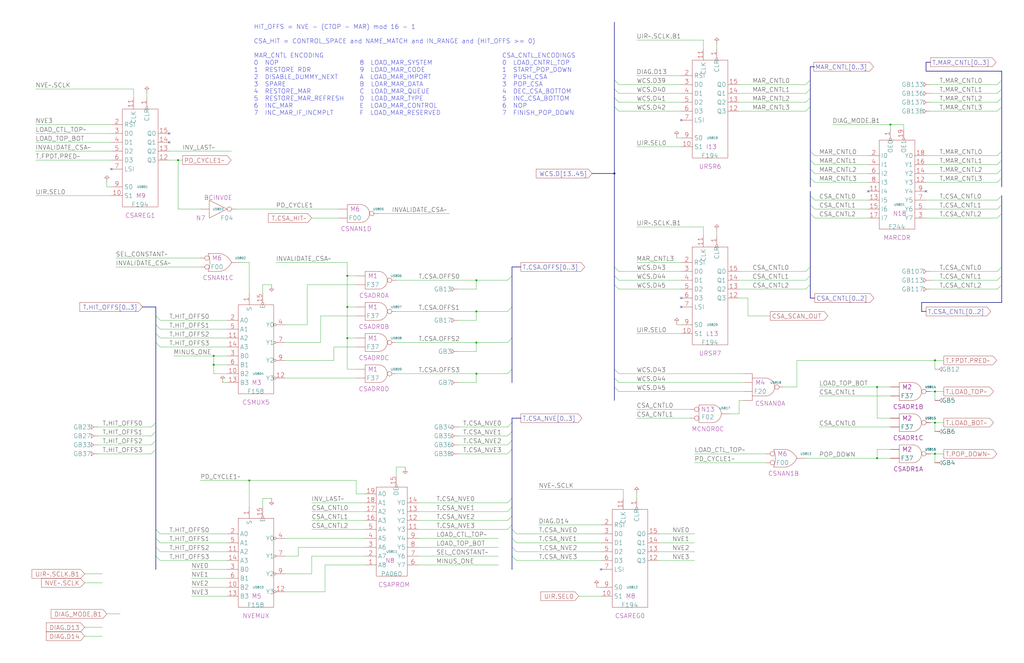
<source format=kicad_sch>
(kicad_sch (version 20250114) (generator "eeschema") (generator_version "9.0")
  (paper "User" 584.2 378.46)
  (title_block (title "WRITABLE CONTROL STORE\\nCSA CONTROL") (date "15-MAR-90") (rev "1.0") (comment 1 "TYPE") (comment 2 "232-003062") (comment 3 "S400") (comment 4 "RELEASED"))
  (text "HIT_OFFS = NVE - (CTOP - MAR) mod 16 - 1 \n \nCSA_HIT = CONTROL_SPACE and NAME_MATCH and IN_RANGE and (HIT_OFFS >= 0) \n \nMAR_CNTL ENCODING 										CSA_CNTL_ENCODINGS\n0  NOP                 	8  LOAD_MAR_SYSTEM             	0  LOAD_CNTRL_TOP\n1  RESTORE RDR         	9  LOAD_MAR_CODE               	1  START_POP_DOWN\n2  DISABLE_DUMMY_NEXT  	A  LOAD_MAR_IMPORT             	2  PUSH_CSA\n3  SPARE               	B  LOAR_MAR_DATA               	3  POP_CSA\n4  RESTORE_MAR         	C  LOAD_MAR_QUEUE              	4  DEC_CSA_BOTTOM\n5  RESTORE_MAR_REFRESH 	D  LOAD_MAR_TYPE               	5  INC_CSA_BOTTOM\n6  INC_MAR             	E  LOAD_MAR_CONTROL            	6  NOP\n7  INC_MAR_IF_INCMPLT  	F  LOAD_MAR_RESERVED           	7  FINISH_POP_DOWN\n" (at 144.78 66.04 0) (effects (font (size 2.54 2.54)) (justify left bottom)))
  (junction (at 271.78 195.58))
  (junction (at 350.52 99.06))
  (junction (at 198.12 193.04))
  (junction (at 271.78 177.8))
  (junction (at 533.4 241.3))
  (junction (at 198.12 175.26))
  (junction (at 101.6 91.44))
  (junction (at 500.38 261.62))
  (junction (at 121.92 208.28))
  (junction (at 271.78 213.36))
  (junction (at 533.4 259.08))
  (junction (at 271.78 160.02))
  (junction (at 500.38 220.98))
  (junction (at 142.24 274.32))
  (junction (at 121.92 203.2))
  (junction (at 508 71.12))
  (junction (at 198.12 157.48))
  (junction (at 533.4 205.74))
  (junction (at 533.4 223.52))
  (no_connect (at 528.32 109.22))
  (no_connect (at 388.62 175.26))
  (no_connect (at 342.9 325.12))
  (no_connect (at 388.62 68.58))
  (no_connect (at 96.52 81.28))
  (no_connect (at 495.3 109.22))
  (no_connect (at 63.5 96.52))
  (no_connect (at 96.52 76.2))
  (no_connect (at 388.62 170.18))
  (bus_entry (at 462.28 86.36) (size 2.54 2.54))
  (bus_entry (at 350.52 215.9) (size 2.54 2.54))
  (bus_entry (at 571.5 157.48) (size -2.54 2.54))
  (bus_entry (at 88.9 302.26) (size 2.54 2.54))
  (bus_entry (at 462.28 121.92) (size 2.54 2.54))
  (bus_entry (at 292.1 284.48) (size -2.54 2.54))
  (bus_entry (at 292.1 299.72) (size -2.54 2.54))
  (bus_entry (at 571.5 121.92) (size -2.54 2.54))
  (bus_entry (at 350.52 162.56) (size 2.54 2.54))
  (bus_entry (at 462.28 50.8) (size -2.54 2.54))
  (bus_entry (at 350.52 45.72) (size 2.54 2.54))
  (bus_entry (at 88.9 241.3) (size -2.54 2.54))
  (bus_entry (at 571.5 152.4) (size -2.54 2.54))
  (bus_entry (at 350.52 50.8) (size 2.54 2.54))
  (bus_entry (at 88.9 251.46) (size -2.54 2.54))
  (bus_entry (at 462.28 111.76) (size 2.54 2.54))
  (bus_entry (at 462.28 55.88) (size -2.54 2.54))
  (bus_entry (at 462.28 60.96) (size -2.54 2.54))
  (bus_entry (at 88.9 246.38) (size -2.54 2.54))
  (bus_entry (at 292.1 251.46) (size -2.54 2.54))
  (bus_entry (at 292.1 175.26) (size -2.54 2.54))
  (bus_entry (at 462.28 45.72) (size -2.54 2.54))
  (bus_entry (at 292.1 193.04) (size -2.54 2.54))
  (bus_entry (at 292.1 312.42) (size 2.54 2.54))
  (bus_entry (at 571.5 91.44) (size -2.54 2.54))
  (bus_entry (at 292.1 210.82) (size -2.54 2.54))
  (bus_entry (at 350.52 55.88) (size 2.54 2.54))
  (bus_entry (at 292.1 289.56) (size -2.54 2.54))
  (bus_entry (at 571.5 50.8) (size -2.54 2.54))
  (bus_entry (at 350.52 210.82) (size 2.54 2.54))
  (bus_entry (at 350.52 157.48) (size 2.54 2.54))
  (bus_entry (at 350.52 220.98) (size 2.54 2.54))
  (bus_entry (at 88.9 190.5) (size 2.54 2.54))
  (bus_entry (at 571.5 101.6) (size -2.54 2.54))
  (bus_entry (at 88.9 195.58) (size 2.54 2.54))
  (bus_entry (at 462.28 101.6) (size 2.54 2.54))
  (bus_entry (at 571.5 116.84) (size -2.54 2.54))
  (bus_entry (at 292.1 157.48) (size -2.54 2.54))
  (bus_entry (at 462.28 162.56) (size -2.54 2.54))
  (bus_entry (at 292.1 294.64) (size -2.54 2.54))
  (bus_entry (at 88.9 256.54) (size -2.54 2.54))
  (bus_entry (at 350.52 152.4) (size 2.54 2.54))
  (bus_entry (at 462.28 96.52) (size 2.54 2.54))
  (bus_entry (at 571.5 55.88) (size -2.54 2.54))
  (bus_entry (at 292.1 246.38) (size -2.54 2.54))
  (bus_entry (at 88.9 185.42) (size 2.54 2.54))
  (bus_entry (at 292.1 302.26) (size 2.54 2.54))
  (bus_entry (at 88.9 180.34) (size 2.54 2.54))
  (bus_entry (at 571.5 111.76) (size -2.54 2.54))
  (bus_entry (at 571.5 86.36) (size -2.54 2.54))
  (bus_entry (at 88.9 317.5) (size 2.54 2.54))
  (bus_entry (at 292.1 307.34) (size 2.54 2.54))
  (bus_entry (at 571.5 96.52) (size -2.54 2.54))
  (bus_entry (at 571.5 162.56) (size -2.54 2.54))
  (bus_entry (at 571.5 45.72) (size -2.54 2.54))
  (bus_entry (at 292.1 256.54) (size -2.54 2.54))
  (bus_entry (at 350.52 60.96) (size 2.54 2.54))
  (bus_entry (at 292.1 317.5) (size 2.54 2.54))
  (bus_entry (at 292.1 241.3) (size -2.54 2.54))
  (bus_entry (at 462.28 91.44) (size 2.54 2.54))
  (bus_entry (at 462.28 152.4) (size -2.54 2.54))
  (bus_entry (at 462.28 116.84) (size 2.54 2.54))
  (bus_entry (at 571.5 60.96) (size -2.54 2.54))
  (bus_entry (at 88.9 307.34) (size 2.54 2.54))
  (bus_entry (at 462.28 157.48) (size -2.54 2.54))
  (bus_entry (at 88.9 312.42) (size 2.54 2.54))
  (wire (pts (xy 530.86 241.3) (xy 533.4 241.3)))
  (wire (pts (xy 307.34 279.4) (xy 355.6 279.4)))
  (bus (pts (xy 88.9 180.34) (xy 88.9 185.42)))
  (wire (pts (xy 91.44 309.88) (xy 129.54 309.88)))
  (wire (pts (xy 127 218.44) (xy 129.54 218.44)))
  (wire (pts (xy 20.32 81.28) (xy 63.5 81.28)))
  (wire (pts (xy 177.8 302.26) (xy 208.28 302.26)))
  (wire (pts (xy 154.94 284.48) (xy 149.86 284.48)))
  (wire (pts (xy 426.72 170.18) (xy 421.64 170.18)))
  (wire (pts (xy 231.14 266.7) (xy 226.06 266.7)))
  (bus (pts (xy 350.52 99.06) (xy 350.52 152.4)))
  (wire (pts (xy 464.82 93.98) (xy 495.3 93.98)))
  (bus (pts (xy 462.28 101.6) (xy 462.28 106.68)))
  (bus (pts (xy 88.9 317.5) (xy 88.9 325.12)))
  (wire (pts (xy 530.86 223.52) (xy 533.4 223.52)))
  (wire (pts (xy 530.86 259.08) (xy 533.4 259.08)))
  (bus (pts (xy 297.18 152.4) (xy 292.1 152.4)))
  (bus (pts (xy 462.28 86.36) (xy 462.28 91.44)))
  (wire (pts (xy 464.82 114.3) (xy 495.3 114.3)))
  (bus (pts (xy 462.28 152.4) (xy 462.28 157.48)))
  (wire (pts (xy 226.06 195.58) (xy 271.78 195.58)))
  (bus (pts (xy 292.1 251.46) (xy 292.1 256.54)))
  (wire (pts (xy 500.38 220.98) (xy 508 220.98)))
  (wire (pts (xy 508 71.12) (xy 515.62 71.12)))
  (wire (pts (xy 375.92 304.8) (xy 396.24 304.8)))
  (wire (pts (xy 386.08 78.74) (xy 388.62 78.74)))
  (bus (pts (xy 571.5 60.96) (xy 571.5 86.36)))
  (bus (pts (xy 462.28 60.96) (xy 462.28 86.36)))
  (wire (pts (xy 190.5 205.74) (xy 162.56 205.74)))
  (wire (pts (xy 261.62 218.44) (xy 271.78 218.44)))
  (wire (pts (xy 149.86 284.48) (xy 149.86 289.56)))
  (wire (pts (xy 121.92 208.28) (xy 129.54 208.28)))
  (wire (pts (xy 508 238.76) (xy 500.38 238.76)))
  (wire (pts (xy 421.64 154.94) (xy 459.74 154.94)))
  (wire (pts (xy 353.06 165.1) (xy 388.62 165.1)))
  (wire (pts (xy 528.32 114.3) (xy 568.96 114.3)))
  (wire (pts (xy 55.88 254) (xy 86.36 254)))
  (wire (pts (xy 416.56 236.22) (xy 421.64 236.22)))
  (wire (pts (xy 454.66 220.98) (xy 447.04 220.98)))
  (wire (pts (xy 353.06 160.02) (xy 388.62 160.02)))
  (wire (pts (xy 401.32 129.54) (xy 401.32 134.62)))
  (wire (pts (xy 99.06 203.2) (xy 121.92 203.2)))
  (bus (pts (xy 292.1 256.54) (xy 292.1 284.48)))
  (wire (pts (xy 238.76 297.18) (xy 289.56 297.18)))
  (bus (pts (xy 350.52 152.4) (xy 350.52 157.48)))
  (wire (pts (xy 203.2 281.94) (xy 208.28 281.94)))
  (wire (pts (xy 363.22 190.5) (xy 388.62 190.5)))
  (wire (pts (xy 375.92 314.96) (xy 396.24 314.96)))
  (bus (pts (xy 350.52 60.96) (xy 350.52 99.06)))
  (wire (pts (xy 426.72 180.34) (xy 426.72 170.18)))
  (wire (pts (xy 515.62 71.12) (xy 515.62 73.66)))
  (wire (pts (xy 330.2 340.36) (xy 342.9 340.36)))
  (wire (pts (xy 271.78 195.58) (xy 289.56 195.58)))
  (wire (pts (xy 55.88 248.92) (xy 86.36 248.92)))
  (wire (pts (xy 101.6 119.38) (xy 101.6 91.44)))
  (wire (pts (xy 203.2 162.56) (xy 175.26 162.56)))
  (wire (pts (xy 238.76 312.42) (xy 284.48 312.42)))
  (wire (pts (xy 261.62 254) (xy 289.56 254)))
  (bus (pts (xy 88.9 195.58) (xy 88.9 241.3)))
  (wire (pts (xy 177.8 317.5) (xy 208.28 317.5)))
  (wire (pts (xy 294.64 320.04) (xy 342.9 320.04)))
  (wire (pts (xy 530.86 53.34) (xy 568.96 53.34)))
  (bus (pts (xy 462.28 157.48) (xy 462.28 162.56)))
  (wire (pts (xy 401.32 22.86) (xy 401.32 27.94)))
  (wire (pts (xy 91.44 182.88) (xy 129.54 182.88)))
  (wire (pts (xy 421.64 48.26) (xy 459.74 48.26)))
  (wire (pts (xy 421.64 165.1) (xy 459.74 165.1)))
  (wire (pts (xy 149.86 167.64) (xy 149.86 162.56)))
  (bus (pts (xy 462.28 38.1) (xy 464.82 38.1)))
  (wire (pts (xy 177.8 292.1) (xy 208.28 292.1)))
  (bus (pts (xy 292.1 175.26) (xy 292.1 193.04)))
  (wire (pts (xy 261.62 248.92) (xy 289.56 248.92)))
  (wire (pts (xy 464.82 104.14) (xy 495.3 104.14)))
  (wire (pts (xy 340.36 335.28) (xy 342.9 335.28)))
  (wire (pts (xy 109.22 330.2) (xy 129.54 330.2)))
  (wire (pts (xy 182.88 195.58) (xy 162.56 195.58)))
  (wire (pts (xy 500.38 261.62) (xy 508 261.62)))
  (wire (pts (xy 408.94 132.08) (xy 408.94 134.62)))
  (bus (pts (xy 292.1 246.38) (xy 292.1 251.46)))
  (bus (pts (xy 462.28 91.44) (xy 462.28 96.52)))
  (wire (pts (xy 96.52 86.36) (xy 132.08 86.36)))
  (bus (pts (xy 88.9 256.54) (xy 88.9 302.26)))
  (wire (pts (xy 198.12 157.48) (xy 198.12 175.26)))
  (wire (pts (xy 375.92 320.04) (xy 396.24 320.04)))
  (bus (pts (xy 462.28 116.84) (xy 462.28 121.92)))
  (wire (pts (xy 182.88 180.34) (xy 182.88 195.58)))
  (wire (pts (xy 190.5 198.12) (xy 190.5 205.74)))
  (wire (pts (xy 500.38 238.76) (xy 500.38 220.98)))
  (wire (pts (xy 528.32 119.38) (xy 568.96 119.38)))
  (bus (pts (xy 292.1 299.72) (xy 292.1 302.26)))
  (wire (pts (xy 226.06 266.7) (xy 226.06 271.78)))
  (wire (pts (xy 271.78 160.02) (xy 289.56 160.02)))
  (wire (pts (xy 353.06 154.94) (xy 388.62 154.94)))
  (bus (pts (xy 350.52 55.88) (xy 350.52 60.96)))
  (bus (pts (xy 292.1 238.76) (xy 292.1 241.3)))
  (bus (pts (xy 292.1 289.56) (xy 292.1 294.64)))
  (wire (pts (xy 101.6 91.44) (xy 104.14 91.44)))
  (wire (pts (xy 467.36 220.98) (xy 500.38 220.98)))
  (wire (pts (xy 500.38 256.54) (xy 500.38 261.62)))
  (bus (pts (xy 292.1 152.4) (xy 292.1 157.48)))
  (bus (pts (xy 462.28 45.72) (xy 462.28 50.8)))
  (wire (pts (xy 121.92 213.36) (xy 121.92 208.28)))
  (bus (pts (xy 292.1 284.48) (xy 292.1 289.56)))
  (wire (pts (xy 208.28 312.42) (xy 170.18 312.42)))
  (wire (pts (xy 226.06 213.36) (xy 271.78 213.36)))
  (wire (pts (xy 198.12 149.86) (xy 198.12 157.48)))
  (wire (pts (xy 261.62 243.84) (xy 289.56 243.84)))
  (bus (pts (xy 528.32 35.56) (xy 528.32 40.64)))
  (bus (pts (xy 292.1 241.3) (xy 292.1 246.38)))
  (wire (pts (xy 464.82 88.9) (xy 495.3 88.9)))
  (wire (pts (xy 208.28 322.58) (xy 185.42 322.58)))
  (wire (pts (xy 20.32 76.2) (xy 63.5 76.2)))
  (wire (pts (xy 198.12 175.26) (xy 203.2 175.26)))
  (wire (pts (xy 162.56 327.66) (xy 177.8 327.66)))
  (wire (pts (xy 474.98 71.12) (xy 508 71.12)))
  (wire (pts (xy 238.76 302.26) (xy 289.56 302.26)))
  (wire (pts (xy 149.86 162.56) (xy 154.94 162.56)))
  (bus (pts (xy 88.9 302.26) (xy 88.9 307.34)))
  (wire (pts (xy 48.26 363.22) (xy 58.42 363.22)))
  (bus (pts (xy 462.28 38.1) (xy 462.28 45.72)))
  (wire (pts (xy 363.22 149.86) (xy 388.62 149.86)))
  (wire (pts (xy 530.86 63.5) (xy 568.96 63.5)))
  (wire (pts (xy 60.96 350.52) (xy 68.58 350.52)))
  (wire (pts (xy 363.22 83.82) (xy 388.62 83.82)))
  (wire (pts (xy 91.44 304.8) (xy 129.54 304.8)))
  (wire (pts (xy 177.8 297.18) (xy 208.28 297.18)))
  (wire (pts (xy 530.86 48.26) (xy 568.96 48.26)))
  (wire (pts (xy 533.4 241.3) (xy 538.48 241.3)))
  (wire (pts (xy 439.42 180.34) (xy 426.72 180.34)))
  (wire (pts (xy 396.24 259.08) (xy 436.88 259.08)))
  (wire (pts (xy 109.22 325.12) (xy 129.54 325.12)))
  (bus (pts (xy 525.78 172.72) (xy 571.5 172.72)))
  (bus (pts (xy 88.9 185.42) (xy 88.9 190.5)))
  (bus (pts (xy 571.5 86.36) (xy 571.5 91.44)))
  (bus (pts (xy 462.28 162.56) (xy 462.28 170.18)))
  (wire (pts (xy 363.22 22.86) (xy 401.32 22.86)))
  (wire (pts (xy 238.76 317.5) (xy 284.48 317.5)))
  (wire (pts (xy 363.22 233.68) (xy 393.7 233.68)))
  (bus (pts (xy 81.28 175.26) (xy 88.9 175.26)))
  (bus (pts (xy 528.32 40.64) (xy 571.5 40.64)))
  (wire (pts (xy 142.24 274.32) (xy 142.24 289.56)))
  (wire (pts (xy 83.82 53.34) (xy 83.82 55.88)))
  (wire (pts (xy 528.32 88.9) (xy 568.96 88.9)))
  (bus (pts (xy 462.28 170.18) (xy 464.82 170.18)))
  (bus (pts (xy 350.52 162.56) (xy 350.52 210.82)))
  (wire (pts (xy 261.62 182.88) (xy 271.78 182.88)))
  (wire (pts (xy 353.06 213.36) (xy 424.18 213.36)))
  (bus (pts (xy 292.1 193.04) (xy 292.1 210.82)))
  (wire (pts (xy 533.4 223.52) (xy 533.4 228.6)))
  (bus (pts (xy 292.1 302.26) (xy 292.1 307.34)))
  (wire (pts (xy 121.92 203.2) (xy 129.54 203.2)))
  (wire (pts (xy 467.36 243.84) (xy 508 243.84)))
  (wire (pts (xy 198.12 157.48) (xy 203.2 157.48)))
  (wire (pts (xy 421.64 228.6) (xy 424.18 228.6)))
  (wire (pts (xy 294.64 314.96) (xy 342.9 314.96)))
  (wire (pts (xy 508 256.54) (xy 500.38 256.54)))
  (wire (pts (xy 271.78 200.66) (xy 271.78 195.58)))
  (wire (pts (xy 157.48 149.86) (xy 198.12 149.86)))
  (wire (pts (xy 238.76 292.1) (xy 289.56 292.1)))
  (bus (pts (xy 571.5 121.92) (xy 571.5 152.4)))
  (wire (pts (xy 363.22 281.94) (xy 363.22 284.48)))
  (wire (pts (xy 528.32 124.46) (xy 568.96 124.46)))
  (bus (pts (xy 528.32 177.8) (xy 525.78 177.8)))
  (bus (pts (xy 292.1 307.34) (xy 292.1 312.42)))
  (bus (pts (xy 571.5 101.6) (xy 571.5 106.68)))
  (wire (pts (xy 421.64 58.42) (xy 459.74 58.42)))
  (bus (pts (xy 88.9 307.34) (xy 88.9 312.42)))
  (wire (pts (xy 20.32 50.8) (xy 76.2 50.8)))
  (bus (pts (xy 571.5 91.44) (xy 571.5 96.52)))
  (wire (pts (xy 271.78 213.36) (xy 289.56 213.36)))
  (wire (pts (xy 226.06 160.02) (xy 271.78 160.02)))
  (wire (pts (xy 363.22 43.18) (xy 388.62 43.18)))
  (wire (pts (xy 353.06 53.34) (xy 388.62 53.34)))
  (wire (pts (xy 134.62 119.38) (xy 193.04 119.38)))
  (wire (pts (xy 20.32 86.36) (xy 63.5 86.36)))
  (wire (pts (xy 91.44 198.12) (xy 129.54 198.12)))
  (bus (pts (xy 462.28 55.88) (xy 462.28 60.96)))
  (wire (pts (xy 528.32 104.14) (xy 568.96 104.14)))
  (wire (pts (xy 508 71.12) (xy 508 73.66)))
  (wire (pts (xy 55.88 243.84) (xy 86.36 243.84)))
  (bus (pts (xy 350.52 220.98) (xy 350.52 228.6)))
  (wire (pts (xy 533.4 205.74) (xy 454.66 205.74)))
  (wire (pts (xy 129.54 213.36) (xy 121.92 213.36)))
  (bus (pts (xy 88.9 251.46) (xy 88.9 256.54)))
  (wire (pts (xy 198.12 175.26) (xy 198.12 193.04)))
  (wire (pts (xy 238.76 307.34) (xy 284.48 307.34)))
  (wire (pts (xy 530.86 165.1) (xy 568.96 165.1)))
  (wire (pts (xy 96.52 91.44) (xy 101.6 91.44)))
  (bus (pts (xy 350.52 12.7) (xy 350.52 45.72)))
  (wire (pts (xy 375.92 309.88) (xy 396.24 309.88)))
  (wire (pts (xy 464.82 99.06) (xy 495.3 99.06)))
  (wire (pts (xy 170.18 317.5) (xy 162.56 317.5)))
  (bus (pts (xy 350.52 157.48) (xy 350.52 162.56)))
  (wire (pts (xy 533.4 259.08) (xy 538.48 259.08)))
  (wire (pts (xy 363.22 238.76) (xy 393.7 238.76)))
  (wire (pts (xy 538.48 205.74) (xy 533.4 205.74)))
  (wire (pts (xy 408.94 25.4) (xy 408.94 27.94)))
  (wire (pts (xy 528.32 93.98) (xy 568.96 93.98)))
  (wire (pts (xy 353.06 218.44) (xy 424.18 218.44)))
  (wire (pts (xy 421.64 160.02) (xy 459.74 160.02)))
  (wire (pts (xy 162.56 307.34) (xy 208.28 307.34)))
  (wire (pts (xy 353.06 58.42) (xy 388.62 58.42)))
  (wire (pts (xy 261.62 165.1) (xy 271.78 165.1)))
  (wire (pts (xy 353.06 48.26) (xy 388.62 48.26)))
  (bus (pts (xy 462.28 50.8) (xy 462.28 55.88)))
  (wire (pts (xy 271.78 182.88) (xy 271.78 177.8)))
  (bus (pts (xy 292.1 312.42) (xy 292.1 317.5)))
  (wire (pts (xy 114.3 274.32) (xy 142.24 274.32)))
  (wire (pts (xy 60.96 106.68) (xy 63.5 106.68)))
  (bus (pts (xy 350.52 45.72) (xy 350.52 50.8)))
  (wire (pts (xy 91.44 320.04) (xy 129.54 320.04)))
  (wire (pts (xy 175.26 185.42) (xy 162.56 185.42)))
  (wire (pts (xy 91.44 193.04) (xy 129.54 193.04)))
  (wire (pts (xy 66.04 147.32) (xy 114.3 147.32)))
  (wire (pts (xy 177.8 124.46) (xy 193.04 124.46)))
  (bus (pts (xy 350.52 50.8) (xy 350.52 55.88)))
  (wire (pts (xy 353.06 223.52) (xy 424.18 223.52)))
  (wire (pts (xy 421.64 236.22) (xy 421.64 228.6)))
  (bus (pts (xy 88.9 190.5) (xy 88.9 195.58)))
  (wire (pts (xy 353.06 63.5) (xy 388.62 63.5)))
  (bus (pts (xy 530.86 35.56) (xy 528.32 35.56)))
  (wire (pts (xy 198.12 193.04) (xy 198.12 210.82)))
  (wire (pts (xy 55.88 259.08) (xy 86.36 259.08)))
  (wire (pts (xy 203.2 274.32) (xy 203.2 281.94)))
  (wire (pts (xy 137.16 149.86) (xy 142.24 149.86)))
  (wire (pts (xy 307.34 299.72) (xy 342.9 299.72)))
  (wire (pts (xy 459.74 261.62) (xy 500.38 261.62)))
  (bus (pts (xy 571.5 162.56) (xy 571.5 172.72)))
  (wire (pts (xy 48.26 332.74) (xy 58.42 332.74)))
  (wire (pts (xy 355.6 279.4) (xy 355.6 284.48)))
  (wire (pts (xy 533.4 223.52) (xy 538.48 223.52)))
  (wire (pts (xy 294.64 309.88) (xy 342.9 309.88)))
  (wire (pts (xy 533.4 205.74) (xy 533.4 210.82)))
  (bus (pts (xy 462.28 109.22) (xy 462.28 111.76)))
  (bus (pts (xy 350.52 215.9) (xy 350.52 220.98)))
  (wire (pts (xy 60.96 104.14) (xy 60.96 106.68)))
  (wire (pts (xy 76.2 50.8) (xy 76.2 55.88)))
  (wire (pts (xy 177.8 287.02) (xy 208.28 287.02)))
  (wire (pts (xy 271.78 218.44) (xy 271.78 213.36)))
  (bus (pts (xy 292.1 157.48) (xy 292.1 175.26)))
  (bus (pts (xy 88.9 241.3) (xy 88.9 246.38)))
  (bus (pts (xy 571.5 152.4) (xy 571.5 157.48)))
  (wire (pts (xy 454.66 205.74) (xy 454.66 220.98)))
  (wire (pts (xy 175.26 162.56) (xy 175.26 185.42)))
  (wire (pts (xy 198.12 193.04) (xy 203.2 193.04)))
  (wire (pts (xy 185.42 322.58) (xy 185.42 337.82)))
  (wire (pts (xy 363.22 129.54) (xy 401.32 129.54)))
  (bus (pts (xy 571.5 50.8) (xy 571.5 55.88)))
  (wire (pts (xy 20.32 71.12) (xy 63.5 71.12)))
  (wire (pts (xy 226.06 177.8) (xy 271.78 177.8)))
  (wire (pts (xy 261.62 200.66) (xy 271.78 200.66)))
  (bus (pts (xy 462.28 121.92) (xy 462.28 152.4)))
  (bus (pts (xy 571.5 157.48) (xy 571.5 162.56)))
  (wire (pts (xy 170.18 312.42) (xy 170.18 317.5)))
  (bus (pts (xy 462.28 96.52) (xy 462.28 101.6)))
  (bus (pts (xy 297.18 238.76) (xy 292.1 238.76)))
  (wire (pts (xy 20.32 91.44) (xy 63.5 91.44)))
  (wire (pts (xy 177.8 327.66) (xy 177.8 317.5)))
  (wire (pts (xy 530.86 154.94) (xy 568.96 154.94)))
  (wire (pts (xy 198.12 210.82) (xy 203.2 210.82)))
  (wire (pts (xy 142.24 149.86) (xy 142.24 167.64)))
  (bus (pts (xy 571.5 96.52) (xy 571.5 101.6)))
  (bus (pts (xy 571.5 40.64) (xy 571.5 45.72)))
  (wire (pts (xy 215.9 121.92) (xy 256.54 121.92)))
  (wire (pts (xy 533.4 241.3) (xy 533.4 246.38)))
  (wire (pts (xy 271.78 177.8) (xy 289.56 177.8)))
  (bus (pts (xy 571.5 111.76) (xy 571.5 116.84)))
  (wire (pts (xy 464.82 119.38) (xy 495.3 119.38)))
  (bus (pts (xy 571.5 116.84) (xy 571.5 121.92)))
  (wire (pts (xy 464.82 124.46) (xy 495.3 124.46)))
  (wire (pts (xy 421.64 63.5) (xy 459.74 63.5)))
  (wire (pts (xy 91.44 187.96) (xy 129.54 187.96)))
  (wire (pts (xy 142.24 274.32) (xy 203.2 274.32)))
  (wire (pts (xy 530.86 160.02) (xy 568.96 160.02)))
  (wire (pts (xy 386.08 185.42) (xy 388.62 185.42)))
  (wire (pts (xy 238.76 322.58) (xy 284.48 322.58)))
  (bus (pts (xy 462.28 111.76) (xy 462.28 116.84)))
  (wire (pts (xy 421.64 53.34) (xy 459.74 53.34)))
  (wire (pts (xy 271.78 165.1) (xy 271.78 160.02)))
  (wire (pts (xy 109.22 335.28) (xy 129.54 335.28)))
  (wire (pts (xy 91.44 314.96) (xy 129.54 314.96)))
  (bus (pts (xy 88.9 175.26) (xy 88.9 180.34)))
  (bus (pts (xy 350.52 210.82) (xy 350.52 215.9)))
  (wire (pts (xy 162.56 215.9) (xy 203.2 215.9)))
  (bus (pts (xy 571.5 45.72) (xy 571.5 50.8)))
  (wire (pts (xy 20.32 111.76) (xy 63.5 111.76)))
  (bus (pts (xy 292.1 317.5) (xy 292.1 325.12)))
  (wire (pts (xy 238.76 287.02) (xy 289.56 287.02)))
  (bus (pts (xy 88.9 312.42) (xy 88.9 317.5)))
  (wire (pts (xy 261.62 259.08) (xy 289.56 259.08)))
  (bus (pts (xy 88.9 246.38) (xy 88.9 251.46)))
  (wire (pts (xy 48.26 327.66) (xy 58.42 327.66)))
  (wire (pts (xy 109.22 340.36) (xy 129.54 340.36)))
  (wire (pts (xy 66.04 152.4) (xy 114.3 152.4)))
  (bus (pts (xy 292.1 210.82) (xy 292.1 218.44)))
  (wire (pts (xy 203.2 180.34) (xy 182.88 180.34)))
  (wire (pts (xy 185.42 337.82) (xy 162.56 337.82)))
  (wire (pts (xy 396.24 264.16) (xy 436.88 264.16)))
  (wire (pts (xy 528.32 99.06) (xy 568.96 99.06)))
  (wire (pts (xy 533.4 259.08) (xy 533.4 264.16)))
  (wire (pts (xy 203.2 198.12) (xy 190.5 198.12)))
  (wire (pts (xy 294.64 304.8) (xy 342.9 304.8)))
  (bus (pts (xy 571.5 55.88) (xy 571.5 60.96)))
  (bus (pts (xy 525.78 177.8) (xy 525.78 172.72)))
  (wire (pts (xy 467.36 226.06) (xy 508 226.06)))
  (wire (pts (xy 114.3 119.38) (xy 101.6 119.38)))
  (bus (pts (xy 292.1 294.64) (xy 292.1 299.72)))
  (wire (pts (xy 530.86 58.42) (xy 568.96 58.42)))
  (wire (pts (xy 48.26 358.14) (xy 58.42 358.14)))
  (wire (pts (xy 121.92 208.28) (xy 121.92 203.2)))
  (bus (pts (xy 337.82 99.06) (xy 350.52 99.06)))
  (label "T.CSA_CNTL2" (at 535.94 124.46 0) (effects (font (size 2.54 2.54))))
  (label "T.CSA.OFFS2" (at 238.76 195.58 0) (effects (font (size 2.54 2.54))))
  (label "NVE0" (at 109.22 325.12 0) (effects (font (size 2.54 2.54))))
  (label "T.HIT_OFFS3" (at 96.52 198.12 0) (effects (font (size 2.54 2.54))))
  (label "T.CSA_NVE1" (at 264.16 248.92 0) (effects (font (size 2.54 2.54))))
  (label "T.CSA.OFFS3" (at 238.76 213.36 0) (effects (font (size 2.54 2.54))))
  (label "PD_CYCLE1" (at 157.48 119.38 0) (effects (font (size 2.54 2.54))))
  (label "T.CSA_NVE3" (at 248.92 302.26 0) (effects (font (size 2.54 2.54))))
  (label "CSA_CNTL1" (at 467.36 226.06 0) (effects (font (size 2.54 2.54))))
  (label "NVE2" (at 383.54 314.96 0) (effects (font (size 2.54 2.54))))
  (label "MAR_CNTL3" (at 467.36 104.14 0) (effects (font (size 2.54 2.54))))
  (label "T.CSA.OFFS0" (at 238.76 160.02 0) (effects (font (size 2.54 2.54))))
  (label "PD_CYCLE1~" (at 114.3 274.32 0) (effects (font (size 2.54 2.54))))
  (label "T.MAR_CNTL3" (at 535.94 104.14 0) (effects (font (size 2.54 2.54))))
  (label "UIR~.SCLK.B1" (at 363.22 129.54 0) (effects (font (size 2.54 2.54))))
  (label "LOAD_TOP_BOT" (at 248.92 312.42 0) (effects (font (size 2.54 2.54))))
  (label "MINUS_ONE" (at 99.06 203.2 0) (effects (font (size 2.54 2.54))))
  (label "CSA_CNTL2" (at 177.8 302.26 0) (effects (font (size 2.54 2.54))))
  (label "T.CSA.OFFS1" (at 238.76 177.8 0) (effects (font (size 2.54 2.54))))
  (label "WCS.D44" (at 363.22 160.02 0) (effects (font (size 2.54 2.54))))
  (label "CSA_CNTL0" (at 177.8 292.1 0) (effects (font (size 2.54 2.54))))
  (label "T.CSA_NVE2" (at 307.34 314.96 0) (effects (font (size 2.54 2.54))))
  (label "T.MAR_CNTL0" (at 535.94 48.26 0) (effects (font (size 2.54 2.54))))
  (label "T.CSA_NVE1" (at 248.92 292.1 0) (effects (font (size 2.54 2.54))))
  (label "MAR_CNTL1" (at 429.26 53.34 0) (effects (font (size 2.54 2.54))))
  (label "INVALIDATE_CSA~" (at 66.04 152.4 0) (effects (font (size 2.54 2.54))))
  (label "LOAD_TOP_BOT" (at 467.36 220.98 0) (effects (font (size 2.54 2.54))))
  (label "INV_LAST~" (at 177.8 287.02 0) (effects (font (size 2.54 2.54))))
  (label "DIAG.D13" (at 363.22 43.18 0) (effects (font (size 2.54 2.54))))
  (label "T.HIT_OFFS1" (at 96.52 309.88 0) (effects (font (size 2.54 2.54))))
  (label "LOAD_CTL_TOP~" (at 20.32 76.2 0) (effects (font (size 2.54 2.54))))
  (label "CSA_CNTL0" (at 467.36 243.84 0) (effects (font (size 2.54 2.54))))
  (label "T.CSA_CNTL0" (at 535.94 154.94 0) (effects (font (size 2.54 2.54))))
  (label "T.CSA_NVE2" (at 248.92 297.18 0) (effects (font (size 2.54 2.54))))
  (label "WCS.D44" (at 363.22 218.44 0) (effects (font (size 2.54 2.54))))
  (label "T.HIT_OFFS1" (at 96.52 187.96 0) (effects (font (size 2.54 2.54))))
  (label "PD_CYCLE1~" (at 396.24 264.16 0) (effects (font (size 2.54 2.54))))
  (label "T.CSA_NVE3" (at 264.16 259.08 0) (effects (font (size 2.54 2.54))))
  (label "LOAD_TOP_BOT" (at 20.32 81.28 0) (effects (font (size 2.54 2.54))))
  (label "CSA_CNTL1" (at 363.22 238.76 0) (effects (font (size 2.54 2.54))))
  (label "T.CSA_NVE1" (at 307.34 309.88 0) (effects (font (size 2.54 2.54))))
  (label "T.MAR_CNTL2" (at 535.94 99.06 0) (effects (font (size 2.54 2.54))))
  (label "T.MAR_CNTL1" (at 535.94 93.98 0) (effects (font (size 2.54 2.54))))
  (label "T.CSA_NVE0" (at 264.16 243.84 0) (effects (font (size 2.54 2.54))))
  (label "T.HIT_OFFS0" (at 96.52 304.8 0) (effects (font (size 2.54 2.54))))
  (label "NVE3" (at 109.22 340.36 0) (effects (font (size 2.54 2.54))))
  (label "MAR_CNTL1" (at 467.36 93.98 0) (effects (font (size 2.54 2.54))))
  (label "WCS.D45" (at 363.22 223.52 0) (effects (font (size 2.54 2.54))))
  (label "CSA_CNTL2" (at 429.26 165.1 0) (effects (font (size 2.54 2.54))))
  (label "T.MAR_CNTL0" (at 535.94 88.9 0) (effects (font (size 2.54 2.54))))
  (label "LOAD_CTL_TOP~" (at 248.92 307.34 0) (effects (font (size 2.54 2.54))))
  (label "T.HIT_OFFS0" (at 96.52 182.88 0) (effects (font (size 2.54 2.54))))
  (label "DIAG_MODE.B1" (at 474.98 71.12 0) (effects (font (size 2.54 2.54))))
  (label "CSA_CNTL0" (at 429.26 154.94 0) (effects (font (size 2.54 2.54))))
  (label "T.CSA_NVE2" (at 264.16 254 0) (effects (font (size 2.54 2.54))))
  (label "WCS.D43" (at 363.22 154.94 0) (effects (font (size 2.54 2.54))))
  (label "T.HIT_OFFS0" (at 58.42 243.84 0) (effects (font (size 2.54 2.54))))
  (label "NVE1" (at 109.22 330.2 0) (effects (font (size 2.54 2.54))))
  (label "T.MAR_CNTL1" (at 535.94 53.34 0) (effects (font (size 2.54 2.54))))
  (label "T.CSA_CNTL1" (at 535.94 160.02 0) (effects (font (size 2.54 2.54))))
  (label "MINUS_ONE" (at 248.92 322.58 0) (effects (font (size 2.54 2.54))))
  (label "UIR.SEL0" (at 363.22 190.5 0) (effects (font (size 2.54 2.54))))
  (label "WCS.D42" (at 363.22 63.5 0) (effects (font (size 2.54 2.54))))
  (label "T.MAR_CNTL2" (at 535.94 58.42 0) (effects (font (size 2.54 2.54))))
  (label "WCS.D39" (at 363.22 48.26 0) (effects (font (size 2.54 2.54))))
  (label "MAR_CNTL3" (at 429.26 63.5 0) (effects (font (size 2.54 2.54))))
  (label "UIR~.SCLK.B1" (at 363.22 22.86 0) (effects (font (size 2.54 2.54))))
  (label "T.CSA_NVE0" (at 248.92 287.02 0) (effects (font (size 2.54 2.54))))
  (label "WCS.D43" (at 363.22 213.36 0) (effects (font (size 2.54 2.54))))
  (label "NVE0" (at 383.54 304.8 0) (effects (font (size 2.54 2.54))))
  (label "WCS.D40" (at 363.22 53.34 0) (effects (font (size 2.54 2.54))))
  (label "NVE~.SCLK" (at 307.34 279.4 0) (effects (font (size 2.54 2.54))))
  (label "CSA_CNTL1" (at 467.36 119.38 0) (effects (font (size 2.54 2.54))))
  (label "T.CSA_NVE0" (at 307.34 304.8 0) (effects (font (size 2.54 2.54))))
  (label "SEL_CONSTANT~" (at 248.92 317.5 0) (effects (font (size 2.54 2.54))))
  (label "LOAD_CTL_TOP~" (at 396.24 259.08 0) (effects (font (size 2.54 2.54))))
  (label "WCS.D45" (at 363.22 165.1 0) (effects (font (size 2.54 2.54))))
  (label "SEL_CONSTANT~" (at 66.04 147.32 0) (effects (font (size 2.54 2.54))))
  (label "INVALIDATE_CSA~" (at 223.52 121.92 0) (effects (font (size 2.54 2.54))))
  (label "T.MAR_CNTL3" (at 535.94 63.5 0) (effects (font (size 2.54 2.54))))
  (label "NVE3" (at 20.32 71.12 0) (effects (font (size 2.54 2.54))))
  (label "DIAG.D14" (at 307.34 299.72 0) (effects (font (size 2.54 2.54))))
  (label "T.HIT_OFFS1" (at 58.42 248.92 0) (effects (font (size 2.54 2.54))))
  (label "MAR_CNTL0" (at 429.26 48.26 0) (effects (font (size 2.54 2.54))))
  (label "T.CSA_CNTL0" (at 535.94 114.3 0) (effects (font (size 2.54 2.54))))
  (label "CSA_CNTL0" (at 467.36 114.3 0) (effects (font (size 2.54 2.54))))
  (label "T.FPDT.PRED~" (at 20.32 91.44 0) (effects (font (size 2.54 2.54))))
  (label "MAR_CNTL2" (at 467.36 99.06 0) (effects (font (size 2.54 2.54))))
  (label "T.CSA_CNTL1" (at 535.94 119.38 0) (effects (font (size 2.54 2.54))))
  (label "NVE2" (at 109.22 335.28 0) (effects (font (size 2.54 2.54))))
  (label "POP_DOWN" (at 467.36 261.62 0) (effects (font (size 2.54 2.54))))
  (label "T.HIT_OFFS2" (at 96.52 314.96 0) (effects (font (size 2.54 2.54))))
  (label "T.HIT_OFFS2" (at 96.52 193.04 0) (effects (font (size 2.54 2.54))))
  (label "NVE~.SCLK" (at 20.32 50.8 0) (effects (font (size 2.54 2.54))))
  (label "UIR.SEL0" (at 363.22 83.82 0) (effects (font (size 2.54 2.54))))
  (label "INVALIDATE_CSA~" (at 20.32 86.36 0) (effects (font (size 2.54 2.54))))
  (label "MAR_CNTL0" (at 467.36 88.9 0) (effects (font (size 2.54 2.54))))
  (label "CSA_CNTL0" (at 363.22 233.68 0) (effects (font (size 2.54 2.54))))
  (label "T.CSA_CNTL2" (at 535.94 165.1 0) (effects (font (size 2.54 2.54))))
  (label "T.CSA_NVE3" (at 307.34 320.04 0) (effects (font (size 2.54 2.54))))
  (label "CSA_CNTL2" (at 467.36 124.46 0) (effects (font (size 2.54 2.54))))
  (label "CSA_CNTL1" (at 177.8 297.18 0) (effects (font (size 2.54 2.54))))
  (label "MAR_CNTL2" (at 429.26 58.42 0) (effects (font (size 2.54 2.54))))
  (label "T.HIT_OFFS3" (at 96.52 320.04 0) (effects (font (size 2.54 2.54))))
  (label "CSA_CNTL1" (at 429.26 160.02 0) (effects (font (size 2.54 2.54))))
  (label "T.HIT_OFFS2" (at 58.42 254 0) (effects (font (size 2.54 2.54))))
  (label "T.HIT_OFFS3" (at 58.42 259.08 0) (effects (font (size 2.54 2.54))))
  (label "INVALIDATE_CSA~" (at 157.48 149.86 0) (effects (font (size 2.54 2.54))))
  (label "INV_LAST~" (at 104.14 86.36 0) (effects (font (size 2.54 2.54))))
  (label "UIR.SEL0" (at 20.32 111.76 0) (effects (font (size 2.54 2.54))))
  (label "WCS.D41" (at 363.22 58.42 0) (effects (font (size 2.54 2.54))))
  (label "MAR_CNTL3" (at 363.22 149.86 0) (effects (font (size 2.54 2.54))))
  (label "NVE1" (at 383.54 309.88 0) (effects (font (size 2.54 2.54))))
  (label "NVE3" (at 383.54 320.04 0) (effects (font (size 2.54 2.54))))
  (global_label "T.POP_DOWN~" (shape output) (at 538.48 259.08 0) (effects (font (size 2.54 2.54))) (property "Intersheetrefs" "${INTERSHEET_REFS}" (at 568.706 258.9213 0) (effects (font (size 1.905 1.905)) (justify left))))
  (global_label "NVE~.SCLK" (shape input) (at 48.26 332.74 180) (effects (font (size 2.54 2.54))) (property "Intersheetrefs" "${INTERSHEET_REFS}" (at 23.7188 332.5813 0) (effects (font (size 1.905 1.905)) (justify right))))
  (global_label "UIR.SEL0" (shape input) (at 330.2 340.36 180) (effects (font (size 2.54 2.54))) (property "Intersheetrefs" "${INTERSHEET_REFS}" (at 308.5616 340.2013 0) (effects (font (size 1.905 1.905)) (justify right))))
  (global_label "T.CSA.OFFS[0..3]" (shape output) (at 297.18 152.4 0) (effects (font (size 2.54 2.54))) (property "Intersheetrefs" "${INTERSHEET_REFS}" (at 333.5746 152.2413 0) (effects (font (size 1.905 1.905)) (justify left))))
  (global_label "CSA_SCAN_OUT" (shape output) (at 439.42 180.34 0) (effects (font (size 2.54 2.54))) (property "Intersheetrefs" "${INTERSHEET_REFS}" (at 472.307 180.1813 0) (effects (font (size 1.905 1.905)) (justify left))))
  (global_label "CSA_CNTL[0..2]" (shape output) (at 464.82 170.18 0) (effects (font (size 2.54 2.54))) (property "Intersheetrefs" "${INTERSHEET_REFS}" (at 498.5536 170.0213 0) (effects (font (size 1.905 1.905)) (justify left))))
  (global_label "T.CSA_NVE[0..3]" (shape output) (at 297.18 238.76 0) (effects (font (size 2.54 2.54))) (property "Intersheetrefs" "${INTERSHEET_REFS}" (at 332.0022 238.6013 0) (effects (font (size 1.905 1.905)) (justify left))))
  (global_label "DIAG.D13" (shape input) (at 48.26 358.14 180) (effects (font (size 2.54 2.54))) (property "Intersheetrefs" "${INTERSHEET_REFS}" (at 26.3797 357.9813 0) (effects (font (size 1.905 1.905)) (justify right))))
  (global_label "T.HIT_OFFS[0..3]" (shape input) (at 81.28 175.26 180) (effects (font (size 2.54 2.54))) (property "Intersheetrefs" "${INTERSHEET_REFS}" (at 45.4902 175.1013 0) (effects (font (size 1.905 1.905)) (justify right))))
  (global_label "T.FPDT.PRED~" (shape output) (at 538.48 205.74 0) (effects (font (size 2.54 2.54))) (property "Intersheetrefs" "${INTERSHEET_REFS}" (at 568.585 205.5813 0) (effects (font (size 1.905 1.905)) (justify left))))
  (global_label "T.CSA_HIT~" (shape input) (at 177.8 124.46 180) (effects (font (size 2.54 2.54))) (property "Intersheetrefs" "${INTERSHEET_REFS}" (at 153.1378 124.3013 0) (effects (font (size 1.905 1.905)) (justify right))))
  (global_label "PD_CYCLE1~" (shape output) (at 104.14 91.44 0) (effects (font (size 2.54 2.54))) (property "Intersheetrefs" "${INTERSHEET_REFS}" (at 131.826 91.2813 0) (effects (font (size 1.905 1.905)) (justify left))))
  (global_label "T.LOAD_TOP~" (shape output) (at 538.48 223.52 0) (effects (font (size 2.54 2.54))) (property "Intersheetrefs" "${INTERSHEET_REFS}" (at 566.7708 223.3613 0) (effects (font (size 1.905 1.905)) (justify left))))
  (global_label "UIR~.SCLK.B1" (shape input) (at 48.26 327.66 180) (effects (font (size 2.54 2.54))) (property "Intersheetrefs" "${INTERSHEET_REFS}" (at 18.2759 327.5013 0) (effects (font (size 1.905 1.905)) (justify right))))
  (global_label "WCS.D[13..45]" (shape input) (at 337.82 99.06 180) (effects (font (size 2.54 2.54))) (property "Intersheetrefs" "${INTERSHEET_REFS}" (at 305.9007 98.9013 0) (effects (font (size 1.905 1.905)) (justify right))))
  (global_label "T.LOAD_BOT~" (shape output) (at 538.48 241.3 0) (effects (font (size 2.54 2.54))) (property "Intersheetrefs" "${INTERSHEET_REFS}" (at 566.7708 241.1413 0) (effects (font (size 1.905 1.905)) (justify left))))
  (global_label "T.CSA_CNTL[0..2]" (shape output) (at 528.32 177.8 0) (effects (font (size 2.54 2.54))) (property "Intersheetrefs" "${INTERSHEET_REFS}" (at 565.1984 177.6413 0) (effects (font (size 1.905 1.905)) (justify left))))
  (global_label "DIAG_MODE.B1" (shape input) (at 60.96 350.52 180) (effects (font (size 2.54 2.54))) (property "Intersheetrefs" "${INTERSHEET_REFS}" (at 29.1616 350.3613 0) (effects (font (size 1.905 1.905)) (justify right))))
  (global_label "DIAG.D14" (shape input) (at 48.26 363.22 180) (effects (font (size 2.54 2.54))) (property "Intersheetrefs" "${INTERSHEET_REFS}" (at 26.3797 363.0613 0) (effects (font (size 1.905 1.905)) (justify right))))
  (global_label "MAR_CNTL[0..3]" (shape output) (at 464.1716 38.1 0) (effects (font (size 2.54 2.54))) (property "Intersheetrefs" "${INTERSHEET_REFS}" (at 498.389 37.9413 0) (effects (font (size 1.905 1.905)) (justify left))))
  (global_label "T.MAR_CNTL[0..3]" (shape output) (at 530.86 35.56 0) (effects (font (size 2.54 2.54))) (property "Intersheetrefs" "${INTERSHEET_REFS}" (at 568.2222 35.4013 0) (effects (font (size 1.905 1.905)) (justify left))))
  (symbol (lib_id "r1000:GB") (at 261.62 259.08 0) (mirror y) (unit 1)
    (property "Reference" "GB38" (at 257.81 259.08 0) (effects (font (size 2.54 2.54)) (justify left)))
    (property "Value" "GB" (effects (hide yes)))
  )
  (symbol (lib_id "r1000:F37") (at 515.62 256.54 0) (unit 1)
    (property "Reference" "U5816" (at 530.86 256.54 0))
    (property "Value" "F37" (at 517.525 261.62 0) (effects (font (size 2.54 2.54))))
    (property "Location" "M2" (at 517.525 256.54 0) (effects (font (size 2.54 2.54))))
    (property "Name" "CSADR1A" (at 518.16 269.24 0) (effects (font (size 2.54 2.54)) (justify bottom)))
  )
  (symbol (lib_id "r1000:PU") (at 386.08 78.74 0) (unit 1)
    (property "Reference" "#PWR05807" (effects (hide yes)))
    (property "Value" "PU" (effects (hide yes)))
  )
  (symbol (lib_id "r1000:GB") (at 530.86 48.26 0) (mirror y) (unit 1)
    (property "Reference" "GB133" (at 527.05 48.26 0) (effects (font (size 2.54 2.54)) (justify left)))
    (property "Value" "GB" (effects (hide yes)))
  )
  (symbol (lib_id "r1000:PU") (at 60.96 104.14 0) (unit 1)
    (property "Reference" "#PWR05801" (effects (hide yes)))
    (property "Value" "PU" (effects (hide yes)))
  )
  (symbol (lib_id "r1000:GB") (at 530.86 58.42 0) (mirror y) (unit 1)
    (property "Reference" "GB137" (at 527.05 58.42 0) (effects (font (size 2.54 2.54)) (justify left)))
    (property "Value" "GB" (effects (hide yes)))
  )
  (symbol (lib_id "r1000:PU") (at 386.08 185.42 0) (unit 1)
    (property "Reference" "#PWR05809" (effects (hide yes)))
    (property "Value" "PU" (effects (hide yes)))
  )
  (symbol (lib_id "r1000:PU") (at 83.82 53.34 0) (unit 1)
    (property "Reference" "#PWR05802" (effects (hide yes)))
    (property "Value" "PU" (effects (hide yes)))
  )
  (symbol (lib_id "r1000:GB") (at 55.88 254 0) (mirror y) (unit 1)
    (property "Reference" "GB33" (at 52.07 254 0) (effects (font (size 2.54 2.54)) (justify left)))
    (property "Value" "GB" (effects (hide yes)))
  )
  (symbol (lib_id "r1000:F37") (at 515.62 220.98 0) (unit 1)
    (property "Reference" "U5814" (at 530.86 220.98 0))
    (property "Value" "F37" (at 517.525 226.06 0) (effects (font (size 2.54 2.54))))
    (property "Location" "M2" (at 517.525 220.98 0) (effects (font (size 2.54 2.54))))
    (property "Name" "CSADR1B" (at 518.16 233.68 0) (effects (font (size 2.54 2.54)) (justify bottom)))
  )
  (symbol (lib_id "r1000:GB") (at 533.4 210.82 0) (unit 1)
    (property "Reference" "GB12" (at 537.21 210.82 0) (effects (font (size 2.54 2.54)) (justify left)))
    (property "Value" "GB" (effects (hide yes)))
  )
  (symbol (lib_id "r1000:GB") (at 261.62 182.88 0) (mirror y) (unit 1)
    (property "Reference" "GB17" (at 257.81 182.88 0) (effects (font (size 2.54 2.54)) (justify left)))
    (property "Value" "GB" (effects (hide yes)))
  )
  (symbol (lib_id "r1000:PU") (at 408.94 25.4 0) (unit 1)
    (property "Reference" "#PWR05808" (effects (hide yes)))
    (property "Value" "PU" (effects (hide yes)))
  )
  (symbol (lib_id "r1000:GB") (at 530.86 53.34 0) (mirror y) (unit 1)
    (property "Reference" "GB136" (at 527.05 53.34 0) (effects (font (size 2.54 2.54)) (justify left)))
    (property "Value" "GB" (effects (hide yes)))
  )
  (symbol (lib_id "r1000:GB") (at 261.62 200.66 0) (mirror y) (unit 1)
    (property "Reference" "GB3" (at 257.81 200.66 0) (effects (font (size 2.54 2.54)) (justify left)))
    (property "Value" "GB" (effects (hide yes)))
  )
  (symbol (lib_id "r1000:F37") (at 515.62 238.76 0) (unit 1)
    (property "Reference" "U5815" (at 530.86 238.76 0))
    (property "Value" "F37" (at 517.525 243.84 0) (effects (font (size 2.54 2.54))))
    (property "Location" "M2" (at 517.525 238.76 0) (effects (font (size 2.54 2.54))))
    (property "Name" "CSADR1C" (at 518.16 251.46 0) (effects (font (size 2.54 2.54)) (justify bottom)))
  )
  (symbol (lib_id "r1000:GB") (at 261.62 165.1 0) (mirror y) (unit 1)
    (property "Reference" "GB13" (at 257.81 165.1 0) (effects (font (size 2.54 2.54)) (justify left)))
    (property "Value" "GB" (effects (hide yes)))
  )
  (symbol (lib_id "r1000:GB") (at 261.62 218.44 0) (mirror y) (unit 1)
    (property "Reference" "GB7" (at 257.81 218.44 0) (effects (font (size 2.54 2.54)) (justify left)))
    (property "Value" "GB" (effects (hide yes)))
  )
  (symbol (lib_id "r1000:GB") (at 533.4 228.6 0) (unit 1)
    (property "Reference" "GB5" (at 537.21 228.6 0) (effects (font (size 2.54 2.54)) (justify left)))
    (property "Value" "GB" (effects (hide yes)))
  )
  (symbol (lib_id "r1000:GB") (at 261.62 248.92 0) (mirror y) (unit 1)
    (property "Reference" "GB35" (at 257.81 248.92 0) (effects (font (size 2.54 2.54)) (justify left)))
    (property "Value" "GB" (effects (hide yes)))
  )
  (symbol (lib_id "r1000:F00") (at 444.5 259.08 0) (unit 1) (convert 2)
    (property "Reference" "U5813" (at 459.74 259.08 0))
    (property "Value" "F00" (at 446.405 264.16 0) (effects (font (size 2.54 2.54))))
    (property "Location" "M6" (at 446.405 259.08 0) (effects (font (size 2.54 2.54))))
    (property "Name" "CSNAN1B" (at 447.04 271.78 0) (effects (font (size 2.54 2.54)) (justify bottom)))
  )
  (symbol (lib_id "r1000:PU") (at 340.36 335.28 0) (unit 1)
    (property "Reference" "#PWR05805" (effects (hide yes)))
    (property "Value" "PU" (effects (hide yes)))
  )
  (symbol (lib_id "r1000:F02") (at 401.32 233.68 0) (unit 1) (convert 2)
    (property "Reference" "U5817" (at 413.48 233.045 0))
    (property "Value" "F02" (at 400.05 238.125 0) (effects (font (size 2.54 2.54)) (justify left)))
    (property "Location" "N13" (at 403.86 233.68 0) (effects (font (size 2.54 2.54))))
    (property "Name" "MCNOR0C" (at 403.86 246.38 0) (effects (font (size 2.54 2.54)) (justify bottom)))
  )
  (symbol (lib_id "r1000:GB") (at 530.86 63.5 0) (mirror y) (unit 1)
    (property "Reference" "GB138" (at 527.05 63.5 0) (effects (font (size 2.54 2.54)) (justify left)))
    (property "Value" "GB" (effects (hide yes)))
  )
  (symbol (lib_id "r1000:F37") (at 210.82 157.48 0) (unit 1)
    (property "Reference" "U5806" (at 226.06 157.48 0))
    (property "Value" "F37" (at 212.725 162.56 0) (effects (font (size 2.54 2.54))))
    (property "Location" "M1" (at 212.725 157.48 0) (effects (font (size 2.54 2.54))))
    (property "Name" "CSADR0A" (at 213.36 170.18 0) (effects (font (size 2.54 2.54)) (justify bottom)))
  )
  (symbol (lib_id "r1000:F37") (at 210.82 175.26 0) (unit 1)
    (property "Reference" "U5807" (at 226.06 175.26 0))
    (property "Value" "F37" (at 212.725 180.34 0) (effects (font (size 2.54 2.54))))
    (property "Location" "M1" (at 212.725 175.26 0) (effects (font (size 2.54 2.54))))
    (property "Name" "CSADR0B" (at 213.36 187.96 0) (effects (font (size 2.54 2.54)) (justify bottom)))
  )
  (symbol (lib_id "r1000:PU") (at 363.22 281.94 0) (unit 1)
    (property "Reference" "#PWR05806" (effects (hide yes)))
    (property "Value" "PU" (effects (hide yes)))
  )
  (symbol (lib_id "r1000:PD") (at 231.14 266.7 0) (unit 1) (in_bom no)
    (property "Reference" "#PWR0133" (effects (hide yes)))
    (property "Value" "PD" (effects (hide yes)))
  )
  (symbol (lib_id "r1000:F194") (at 403.86 83.82 0) (unit 1)
    (property "Reference" "U5819" (at 406.4 78.74 0))
    (property "Value" "F194" (at 400.05 88.9 0) (effects (font (size 2.54 2.54)) (justify left)))
    (property "Location" "I13" (at 402.59 83.82 0) (effects (font (size 2.54 2.54)) (justify left)))
    (property "Name" "URSR6" (at 405.13 96.52 0) (effects (font (size 2.54 2.54)) (justify bottom)))
  )
  (symbol (lib_id "r1000:F00") (at 200.66 119.38 0) (unit 1)
    (property "Reference" "U5805" (at 215.9 119.38 0))
    (property "Value" "F00" (at 202.565 124.46 0) (effects (font (size 2.54 2.54))))
    (property "Location" "M6" (at 202.565 119.38 0) (effects (font (size 2.54 2.54))))
    (property "Name" "CSNAN1D" (at 203.2 132.08 0) (effects (font (size 2.54 2.54)) (justify bottom)))
  )
  (symbol (lib_id "r1000:F00") (at 121.92 147.32 0) (unit 1) (convert 2)
    (property "Reference" "U5802" (at 137.16 147.32 0))
    (property "Value" "F00" (at 123.825 152.4 0) (effects (font (size 2.54 2.54))))
    (property "Location" "M6" (at 123.825 147.32 0) (effects (font (size 2.54 2.54))))
    (property "Name" "CSNAN1C" (at 124.46 160.02 0) (effects (font (size 2.54 2.54)) (justify bottom)))
  )
  (symbol (lib_id "r1000:PD") (at 154.94 284.48 0) (unit 1) (in_bom no)
    (property "Reference" "#PWR0116" (effects (hide yes)))
    (property "Value" "PD" (effects (hide yes)))
  )
  (symbol (lib_id "r1000:F04") (at 124.46 119.38 0) (unit 1)
    (property "Reference" "U5803" (at 124.46 119.38 0))
    (property "Value" "F04" (at 125.73 124.46 0) (effects (font (size 2.54 2.54)) (justify left)))
    (property "Location" "N7" (at 111.76 124.46 0) (effects (font (size 2.54 2.54)) (justify left)))
    (property "Name" "BCINV0E" (at 124.46 114.3 0) (effects (font (size 2.54 2.54)) (justify bottom)))
  )
  (symbol (lib_id "r1000:GB") (at 55.88 259.08 0) (mirror y) (unit 1)
    (property "Reference" "GB37" (at 52.07 259.08 0) (effects (font (size 2.54 2.54)) (justify left)))
    (property "Value" "GB" (effects (hide yes)))
  )
  (symbol (lib_id "r1000:F244") (at 510.54 121.92 0) (unit 1)
    (property "Reference" "U5821" (at 513.08 116.84 0))
    (property "Value" "F244" (at 506.73 129.54 0) (effects (font (size 2.54 2.54)) (justify left)))
    (property "Location" "N18" (at 509.27 121.92 0) (effects (font (size 2.54 2.54)) (justify left)))
    (property "Name" "MARCDR" (at 511.81 137.16 0) (effects (font (size 2.54 2.54)) (justify bottom)))
  )
  (symbol (lib_id "r1000:F37") (at 210.82 193.04 0) (unit 1)
    (property "Reference" "U5808" (at 226.06 193.04 0))
    (property "Value" "F37" (at 212.725 198.12 0) (effects (font (size 2.54 2.54))))
    (property "Location" "M1" (at 212.725 193.04 0) (effects (font (size 2.54 2.54))))
    (property "Name" "CSADR0C" (at 213.36 205.74 0) (effects (font (size 2.54 2.54)) (justify bottom)))
  )
  (symbol (lib_id "r1000:GB") (at 530.86 154.94 0) (mirror y) (unit 1)
    (property "Reference" "GB107" (at 527.05 154.94 0) (effects (font (size 2.54 2.54)) (justify left)))
    (property "Value" "GB" (effects (hide yes)))
  )
  (symbol (lib_id "r1000:PU") (at 408.94 132.08 0) (unit 1)
    (property "Reference" "#PWR05810" (effects (hide yes)))
    (property "Value" "PU" (effects (hide yes)))
  )
  (symbol (lib_id "r1000:PD") (at 154.94 162.56 0) (unit 1) (in_bom no)
    (property "Reference" "#PWR05804" (effects (hide yes)))
    (property "Value" "PD" (effects (hide yes)))
  )
  (symbol (lib_id "r1000:GB") (at 533.4 246.38 0) (unit 1)
    (property "Reference" "GB6" (at 537.21 246.38 0) (effects (font (size 2.54 2.54)) (justify left)))
    (property "Value" "GB" (effects (hide yes)))
  )
  (symbol (lib_id "r1000:GB") (at 55.88 248.92 0) (mirror y) (unit 1)
    (property "Reference" "GB27" (at 52.07 248.92 0) (effects (font (size 2.54 2.54)) (justify left)))
    (property "Value" "GB" (effects (hide yes)))
  )
  (symbol (lib_id "r1000:F158") (at 144.78 218.44 0) (unit 1)
    (property "Reference" "U5804" (at 147.32 213.36 0))
    (property "Value" "F158" (at 140.97 223.52 0) (effects (font (size 2.54 2.54)) (justify left)))
    (property "Location" "M3" (at 143.51 218.44 0) (effects (font (size 2.54 2.54)) (justify left)))
    (property "Name" "CSMUX5" (at 146.05 231.14 0) (effects (font (size 2.54 2.54)) (justify bottom)))
  )
  (symbol (lib_id "r1000:F20") (at 434.34 220.98 0) (unit 1)
    (property "Reference" "U5818" (at 442.595 218.44 0))
    (property "Value" "F20" (at 433.705 223.52 0) (effects (font (size 2.54 2.54))))
    (property "Location" "M4" (at 433.705 218.44 0) (effects (font (size 2.54 2.54))))
    (property "Name" "CSNAN0A" (at 439.42 231.775 0) (effects (font (size 2.54 2.54)) (justify bottom)))
  )
  (symbol (lib_id "r1000:F158") (at 144.78 340.36 0) (unit 1)
    (property "Reference" "U5810" (at 147.32 335.28 0))
    (property "Value" "F158" (at 140.97 345.44 0) (effects (font (size 2.54 2.54)) (justify left)))
    (property "Location" "M5" (at 143.51 340.36 0) (effects (font (size 2.54 2.54)) (justify left)))
    (property "Name" "NVEMUX" (at 146.05 353.06 0) (effects (font (size 2.54 2.54)) (justify bottom)))
  )
  (symbol (lib_id "r1000:GB") (at 530.86 165.1 0) (mirror y) (unit 1)
    (property "Reference" "GB117" (at 527.05 165.1 0) (effects (font (size 2.54 2.54)) (justify left)))
    (property "Value" "GB" (effects (hide yes)))
  )
  (symbol (lib_id "r1000:F194") (at 358.14 340.36 0) (unit 1)
    (property "Reference" "U5812" (at 360.68 335.28 0))
    (property "Value" "F194" (at 354.33 345.44 0) (effects (font (size 2.54 2.54)) (justify left)))
    (property "Location" "M8" (at 356.87 340.36 0) (effects (font (size 2.54 2.54)) (justify left)))
    (property "Name" "CSAREG0" (at 359.41 353.06 0) (effects (font (size 2.54 2.54)) (justify bottom)))
  )
  (symbol (lib_id "r1000:F194") (at 78.74 111.76 0) (unit 1)
    (property "Reference" "U5801" (at 81.28 106.68 0))
    (property "Value" "F194" (at 74.93 116.84 0) (effects (font (size 2.54 2.54)) (justify left)))
    (property "Location" "M9" (at 77.47 111.76 0) (effects (font (size 2.54 2.54)) (justify left)))
    (property "Name" "CSAREG1" (at 80.01 124.46 0) (effects (font (size 2.54 2.54)) (justify bottom)))
  )
  (symbol (lib_id "r1000:GB") (at 55.88 243.84 0) (mirror y) (unit 1)
    (property "Reference" "GB23" (at 52.07 243.84 0) (effects (font (size 2.54 2.54)) (justify left)))
    (property "Value" "GB" (effects (hide yes)))
  )
  (symbol (lib_id "r1000:PU") (at 127 218.44 0) (unit 1)
    (property "Reference" "#PWR05803" (effects (hide yes)))
    (property "Value" "PU" (effects (hide yes)))
  )
  (symbol (lib_id "r1000:F194") (at 403.86 190.5 0) (unit 1)
    (property "Reference" "U5820" (at 406.4 185.42 0))
    (property "Value" "F194" (at 400.05 195.58 0) (effects (font (size 2.54 2.54)) (justify left)))
    (property "Location" "L13" (at 402.59 190.5 0) (effects (font (size 2.54 2.54)) (justify left)))
    (property "Name" "URSR7" (at 405.13 203.2 0) (effects (font (size 2.54 2.54)) (justify bottom)))
  )
  (symbol (lib_id "r1000:PAxxx") (at 220.98 320.04 0) (unit 1)
    (property "Reference" "U5811" (at 223.52 314.96 0))
    (property "Value" "PA060" (at 217.17 327.66 0) (effects (font (size 2.54 2.54)) (justify left)))
    (property "Datasheet" "CSAPROM" (effects (hide yes)))
    (property "Location" "N8" (at 219.71 320.04 0) (effects (font (size 2.54 2.54)) (justify left)))
    (property "Name" "CSAPROM" (at 224.79 335.28 0) (effects (font (size 2.54 2.54)) (justify bottom)))
  )
  (symbol (lib_id "r1000:GB") (at 533.4 264.16 0) (unit 1)
    (property "Reference" "GB4" (at 537.21 264.16 0) (effects (font (size 2.54 2.54)) (justify left)))
    (property "Value" "GB" (effects (hide yes)))
  )
  (symbol (lib_id "r1000:GB") (at 530.86 160.02 0) (mirror y) (unit 1)
    (property "Reference" "GB113" (at 527.05 160.02 0) (effects (font (size 2.54 2.54)) (justify left)))
    (property "Value" "GB" (effects (hide yes)))
  )
  (symbol (lib_id "r1000:GB") (at 261.62 254 0) (mirror y) (unit 1)
    (property "Reference" "GB36" (at 257.81 254 0) (effects (font (size 2.54 2.54)) (justify left)))
    (property "Value" "GB" (effects (hide yes)))
  )
  (symbol (lib_id "r1000:GB") (at 261.62 243.84 0) (mirror y) (unit 1)
    (property "Reference" "GB34" (at 257.81 243.84 0) (effects (font (size 2.54 2.54)) (justify left)))
    (property "Value" "GB" (effects (hide yes)))
  )
  (symbol (lib_id "r1000:F37") (at 210.82 210.82 0) (unit 1)
    (property "Reference" "U5809" (at 226.06 210.82 0))
    (property "Value" "F37" (at 212.725 215.9 0) (effects (font (size 2.54 2.54))))
    (property "Location" "M1" (at 212.725 210.82 0) (effects (font (size 2.54 2.54))))
    (property "Name" "CSADR0D" (at 213.36 223.52 0) (effects (font (size 2.54 2.54)) (justify bottom)))
  )
)
</source>
